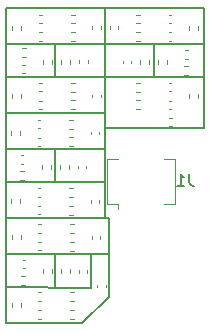
<source format=gbr>
%TF.GenerationSoftware,KiCad,Pcbnew,(7.0.0)*%
%TF.CreationDate,2023-05-27T11:25:38+01:00*%
%TF.ProjectId,FB_Filter_PCB,46425f46-696c-4746-9572-5f5043422e6b,rev?*%
%TF.SameCoordinates,Original*%
%TF.FileFunction,Legend,Bot*%
%TF.FilePolarity,Positive*%
%FSLAX46Y46*%
G04 Gerber Fmt 4.6, Leading zero omitted, Abs format (unit mm)*
G04 Created by KiCad (PCBNEW (7.0.0)) date 2023-05-27 11:25:38*
%MOMM*%
%LPD*%
G01*
G04 APERTURE LIST*
%ADD10C,0.150000*%
%ADD11C,0.120000*%
G04 APERTURE END LIST*
D10*
X83309000Y-65580000D02*
X91691000Y-65580000D01*
X91691000Y-65580000D02*
X91691000Y-74470000D01*
X91691000Y-74470000D02*
X83309000Y-74470000D01*
X83309000Y-74470000D02*
X83309000Y-65580000D01*
X92000000Y-90000000D02*
X91999409Y-83361474D01*
X91691000Y-65580000D02*
X100073000Y-65580000D01*
X100073000Y-65580000D02*
X100073000Y-75720000D01*
X100073000Y-75720000D02*
X91691000Y-75720000D01*
X91691000Y-75720000D02*
X91691000Y-65580000D01*
X83309000Y-92250000D02*
X89750000Y-92250000D01*
X83309000Y-77518000D02*
X91691000Y-77518000D01*
X91691000Y-68628000D02*
X83309000Y-68628000D01*
X83309000Y-92250000D02*
X83309000Y-83360000D01*
X87500000Y-71422000D02*
X87500000Y-68628000D01*
X83309000Y-80312000D02*
X91691000Y-80312000D01*
X95882000Y-68628000D02*
X95882000Y-71422000D01*
X89750000Y-92250000D02*
X92000000Y-90000000D01*
X87500000Y-77518000D02*
X87500000Y-80312000D01*
X83309000Y-89202000D02*
X90500000Y-89250000D01*
X91691000Y-68628000D02*
X100073000Y-68628000D01*
X87500000Y-86408000D02*
X87500000Y-89202000D01*
X91691000Y-71422000D02*
X83309000Y-71422000D01*
X83309000Y-86408000D02*
X92000000Y-86408000D01*
X91691000Y-71422000D02*
X100073000Y-71422000D01*
X83309000Y-74470000D02*
X91691000Y-74470000D01*
X91691000Y-74470000D02*
X91691000Y-83360000D01*
X91691000Y-83360000D02*
X83309000Y-83360000D01*
X83309000Y-83360000D02*
X83309000Y-74470000D01*
X91691000Y-83360000D02*
X91999409Y-83361474D01*
X90500000Y-89250000D02*
X90500000Y-86500000D01*
%TO.C,J1*%
X98833333Y-79617380D02*
X98833333Y-80331666D01*
X98833333Y-80331666D02*
X98880952Y-80474523D01*
X98880952Y-80474523D02*
X98976190Y-80569761D01*
X98976190Y-80569761D02*
X99119047Y-80617380D01*
X99119047Y-80617380D02*
X99214285Y-80617380D01*
X97833333Y-80617380D02*
X98404761Y-80617380D01*
X98119047Y-80617380D02*
X98119047Y-79617380D01*
X98119047Y-79617380D02*
X98214285Y-79760238D01*
X98214285Y-79760238D02*
X98309523Y-79855476D01*
X98309523Y-79855476D02*
X98404761Y-79903095D01*
D11*
%TO.C,R25*%
X94297379Y-67615000D02*
X94632621Y-67615000D01*
X94297379Y-68375000D02*
X94632621Y-68375000D01*
%TO.C,R39*%
X84595000Y-67077379D02*
X84595000Y-67412621D01*
X83835000Y-67077379D02*
X83835000Y-67412621D01*
%TO.C,C9*%
X86298335Y-84590000D02*
X86066665Y-84590000D01*
X86298335Y-83870000D02*
X86066665Y-83870000D01*
%TO.C,C32*%
X97330835Y-74122500D02*
X97099165Y-74122500D01*
X97330835Y-73402500D02*
X97099165Y-73402500D01*
%TO.C,R16*%
X88712500Y-87679879D02*
X88712500Y-88015121D01*
X87952500Y-87679879D02*
X87952500Y-88015121D01*
%TO.C,C11*%
X86066665Y-85370000D02*
X86298335Y-85370000D01*
X86066665Y-86090000D02*
X86298335Y-86090000D01*
%TO.C,C26*%
X97099165Y-66135000D02*
X97330835Y-66135000D01*
X97099165Y-66855000D02*
X97330835Y-66855000D01*
%TO.C,R14*%
X84604879Y-88242214D02*
X84940121Y-88242214D01*
X84604879Y-89002214D02*
X84940121Y-89002214D01*
%TO.C,R23*%
X94632621Y-66875000D02*
X94297379Y-66875000D01*
X94632621Y-66115000D02*
X94297379Y-66115000D01*
%TO.C,R13*%
X86452500Y-88017621D02*
X86452500Y-87682379D01*
X87212500Y-88017621D02*
X87212500Y-87682379D01*
%TO.C,R37*%
X88797379Y-67615000D02*
X89132621Y-67615000D01*
X88797379Y-68375000D02*
X89132621Y-68375000D01*
%TO.C,R8*%
X83729000Y-82089147D02*
X83729000Y-81753905D01*
X84489000Y-82089147D02*
X84489000Y-81753905D01*
%TO.C,R15*%
X88764879Y-89617500D02*
X89100121Y-89617500D01*
X88764879Y-90377500D02*
X89100121Y-90377500D01*
%TO.C,C1*%
X86224835Y-75764026D02*
X85993165Y-75764026D01*
X86224835Y-75044026D02*
X85993165Y-75044026D01*
%TO.C,R3*%
X89026621Y-77284026D02*
X88691379Y-77284026D01*
X89026621Y-76524026D02*
X88691379Y-76524026D01*
%TO.C,C34*%
X86330835Y-74122500D02*
X86099165Y-74122500D01*
X86330835Y-73402500D02*
X86099165Y-73402500D01*
%TO.C,R32*%
X88797379Y-73382500D02*
X89132621Y-73382500D01*
X88797379Y-74142500D02*
X89132621Y-74142500D01*
%TO.C,R27*%
X98732621Y-71272500D02*
X98397379Y-71272500D01*
X98732621Y-70512500D02*
X98397379Y-70512500D01*
%TO.C,C40*%
X86099165Y-66135000D02*
X86330835Y-66135000D01*
X86099165Y-66855000D02*
X86330835Y-66855000D01*
%TO.C,R36*%
X84697379Y-68985000D02*
X85032621Y-68985000D01*
X84697379Y-69745000D02*
X85032621Y-69745000D01*
%TO.C,R9*%
X89026621Y-83051526D02*
X88691379Y-83051526D01*
X89026621Y-82291526D02*
X88691379Y-82291526D01*
%TO.C,C13*%
X86298335Y-90357500D02*
X86066665Y-90357500D01*
X86298335Y-89637500D02*
X86066665Y-89637500D01*
%TO.C,R12*%
X89100121Y-86110000D02*
X88764879Y-86110000D01*
X89100121Y-85350000D02*
X88764879Y-85350000D01*
%TO.C,C37*%
X84920835Y-71107500D02*
X84689165Y-71107500D01*
X84920835Y-70387500D02*
X84689165Y-70387500D01*
%TO.C,R5*%
X84531379Y-79405000D02*
X84866621Y-79405000D01*
X84531379Y-80165000D02*
X84866621Y-80165000D01*
%TO.C,R33*%
X84595000Y-72844879D02*
X84595000Y-73180121D01*
X83835000Y-72844879D02*
X83835000Y-73180121D01*
%TO.C,C10*%
X90572500Y-85095835D02*
X90572500Y-84864165D01*
X91292500Y-85095835D02*
X91292500Y-84864165D01*
%TO.C,R34*%
X89132621Y-72642500D02*
X88797379Y-72642500D01*
X89132621Y-71882500D02*
X88797379Y-71882500D01*
%TO.C,R38*%
X87985000Y-70280121D02*
X87985000Y-69944879D01*
X88745000Y-70280121D02*
X88745000Y-69944879D01*
%TO.C,C29*%
X98509165Y-69150000D02*
X98740835Y-69150000D01*
X98509165Y-69870000D02*
X98740835Y-69870000D01*
%TO.C,R35*%
X87245000Y-69947379D02*
X87245000Y-70282621D01*
X86485000Y-69947379D02*
X86485000Y-70282621D01*
%TO.C,R40*%
X89132621Y-66875000D02*
X88797379Y-66875000D01*
X89132621Y-66115000D02*
X88797379Y-66115000D01*
%TO.C,R1*%
X88691379Y-75024026D02*
X89026621Y-75024026D01*
X88691379Y-75784026D02*
X89026621Y-75784026D01*
%TO.C,C2*%
X90499000Y-76269861D02*
X90499000Y-76038191D01*
X91219000Y-76269861D02*
X91219000Y-76038191D01*
%TO.C,C6*%
X91219000Y-81805691D02*
X91219000Y-82037361D01*
X90499000Y-81805691D02*
X90499000Y-82037361D01*
%TO.C,R7*%
X88639000Y-78853905D02*
X88639000Y-79189147D01*
X87879000Y-78853905D02*
X87879000Y-79189147D01*
%TO.C,C3*%
X85993165Y-76544026D02*
X86224835Y-76544026D01*
X85993165Y-77264026D02*
X86224835Y-77264026D01*
%TO.C,J1*%
X91840000Y-78340000D02*
X91840000Y-82160000D01*
X91840000Y-82160000D02*
X92840000Y-82160000D01*
X92840000Y-78340000D02*
X91840000Y-78340000D01*
X92840000Y-82160000D02*
X92840000Y-82583333D01*
X96660000Y-78340000D02*
X97660000Y-78340000D01*
X97660000Y-78340000D02*
X97660000Y-82160000D01*
X97660000Y-82160000D02*
X96660000Y-82160000D01*
%TO.C,C36*%
X86099165Y-71902500D02*
X86330835Y-71902500D01*
X86099165Y-72622500D02*
X86330835Y-72622500D01*
%TO.C,R10*%
X88764879Y-83850000D02*
X89100121Y-83850000D01*
X88764879Y-84610000D02*
X89100121Y-84610000D01*
%TO.C,C15*%
X86066665Y-91137500D02*
X86298335Y-91137500D01*
X86066665Y-91857500D02*
X86298335Y-91857500D01*
%TO.C,C41*%
X90225000Y-69996665D02*
X90225000Y-70228335D01*
X89505000Y-69996665D02*
X89505000Y-70228335D01*
%TO.C,R2*%
X83729000Y-76321647D02*
X83729000Y-75986405D01*
X84489000Y-76321647D02*
X84489000Y-75986405D01*
%TO.C,C7*%
X85993165Y-82311526D02*
X86224835Y-82311526D01*
X85993165Y-83031526D02*
X86224835Y-83031526D01*
%TO.C,C28*%
X97330835Y-68355000D02*
X97099165Y-68355000D01*
X97330835Y-67635000D02*
X97099165Y-67635000D01*
%TO.C,C27*%
X92105000Y-67360835D02*
X92105000Y-67129165D01*
X92825000Y-67360835D02*
X92825000Y-67129165D01*
%TO.C,R28*%
X94632621Y-72642500D02*
X94297379Y-72642500D01*
X94632621Y-71882500D02*
X94297379Y-71882500D01*
%TO.C,C16*%
X89472500Y-87963335D02*
X89472500Y-87731665D01*
X90192500Y-87963335D02*
X90192500Y-87731665D01*
%TO.C,C31*%
X97116665Y-74840000D02*
X97348335Y-74840000D01*
X97116665Y-75560000D02*
X97348335Y-75560000D01*
%TO.C,C8*%
X89399000Y-79137361D02*
X89399000Y-78905691D01*
X90119000Y-79137361D02*
X90119000Y-78905691D01*
%TO.C,C30*%
X97099165Y-71902500D02*
X97330835Y-71902500D01*
X97099165Y-72622500D02*
X97330835Y-72622500D01*
%TO.C,R17*%
X83802500Y-90915121D02*
X83802500Y-90579879D01*
X84562500Y-90915121D02*
X84562500Y-90579879D01*
%TO.C,C39*%
X91325000Y-67129165D02*
X91325000Y-67360835D01*
X90605000Y-67129165D02*
X90605000Y-67360835D01*
%TO.C,R4*%
X86379000Y-79191647D02*
X86379000Y-78856405D01*
X87139000Y-79191647D02*
X87139000Y-78856405D01*
%TO.C,R11*%
X83802500Y-85147621D02*
X83802500Y-84812379D01*
X84562500Y-85147621D02*
X84562500Y-84812379D01*
%TO.C,R6*%
X88691379Y-80791526D02*
X89026621Y-80791526D01*
X88691379Y-81551526D02*
X89026621Y-81551526D01*
%TO.C,C38*%
X86330835Y-68355000D02*
X86099165Y-68355000D01*
X86330835Y-67635000D02*
X86099165Y-67635000D01*
%TO.C,C5*%
X86224835Y-81531526D02*
X85993165Y-81531526D01*
X86224835Y-80811526D02*
X85993165Y-80811526D01*
%TO.C,R18*%
X89100121Y-91877500D02*
X88764879Y-91877500D01*
X89100121Y-91117500D02*
X88764879Y-91117500D01*
%TO.C,R26*%
X96185000Y-70310121D02*
X96185000Y-69974879D01*
X96945000Y-70310121D02*
X96945000Y-69974879D01*
%TO.C,C4*%
X84786878Y-78760431D02*
X84555208Y-78760431D01*
X84786878Y-78040431D02*
X84555208Y-78040431D01*
%TO.C,R24*%
X98835000Y-67412621D02*
X98835000Y-67077379D01*
X99595000Y-67412621D02*
X99595000Y-67077379D01*
%TO.C,R30*%
X98835000Y-73180121D02*
X98835000Y-72844879D01*
X99595000Y-73180121D02*
X99595000Y-72844879D01*
%TO.C,C35*%
X91325000Y-72896665D02*
X91325000Y-73128335D01*
X90605000Y-72896665D02*
X90605000Y-73128335D01*
%TO.C,R29*%
X95445000Y-69977379D02*
X95445000Y-70312621D01*
X94685000Y-69977379D02*
X94685000Y-70312621D01*
%TO.C,C12*%
X84948335Y-87599714D02*
X84716665Y-87599714D01*
X84948335Y-86879714D02*
X84716665Y-86879714D01*
%TO.C,C14*%
X91040000Y-89215835D02*
X91040000Y-88984165D01*
X91760000Y-89215835D02*
X91760000Y-88984165D01*
%TO.C,C33*%
X93205000Y-70260835D02*
X93205000Y-70029165D01*
X93925000Y-70260835D02*
X93925000Y-70029165D01*
%TO.C,R31*%
X94297379Y-73382500D02*
X94632621Y-73382500D01*
X94297379Y-74142500D02*
X94632621Y-74142500D01*
%TD*%
M02*

</source>
